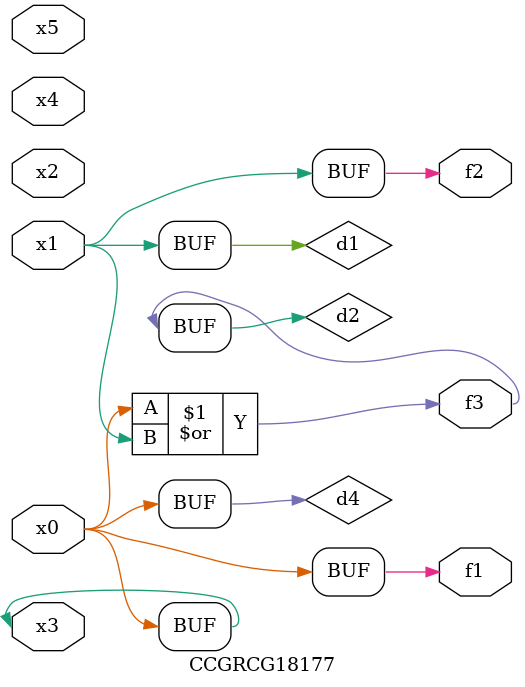
<source format=v>
module CCGRCG18177(
	input x0, x1, x2, x3, x4, x5,
	output f1, f2, f3
);

	wire d1, d2, d3, d4;

	and (d1, x1);
	or (d2, x0, x1);
	nand (d3, x0, x5);
	buf (d4, x0, x3);
	assign f1 = d4;
	assign f2 = d1;
	assign f3 = d2;
endmodule

</source>
